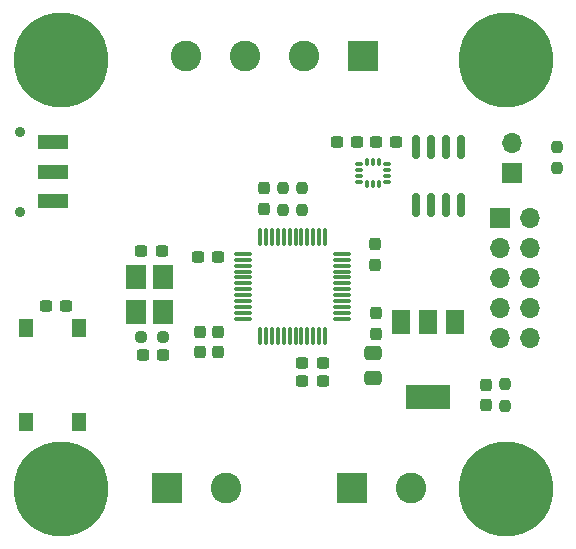
<source format=gbr>
%TF.GenerationSoftware,KiCad,Pcbnew,7.0.7*%
%TF.CreationDate,2024-03-24T23:16:10-05:00*%
%TF.ProjectId,lsm6dsoxCANEnabled,6c736d36-6473-46f7-9843-414e456e6162,rev?*%
%TF.SameCoordinates,Original*%
%TF.FileFunction,Soldermask,Top*%
%TF.FilePolarity,Negative*%
%FSLAX46Y46*%
G04 Gerber Fmt 4.6, Leading zero omitted, Abs format (unit mm)*
G04 Created by KiCad (PCBNEW 7.0.7) date 2024-03-24 23:16:10*
%MOMM*%
%LPD*%
G01*
G04 APERTURE LIST*
G04 Aperture macros list*
%AMRoundRect*
0 Rectangle with rounded corners*
0 $1 Rounding radius*
0 $2 $3 $4 $5 $6 $7 $8 $9 X,Y pos of 4 corners*
0 Add a 4 corners polygon primitive as box body*
4,1,4,$2,$3,$4,$5,$6,$7,$8,$9,$2,$3,0*
0 Add four circle primitives for the rounded corners*
1,1,$1+$1,$2,$3*
1,1,$1+$1,$4,$5*
1,1,$1+$1,$6,$7*
1,1,$1+$1,$8,$9*
0 Add four rect primitives between the rounded corners*
20,1,$1+$1,$2,$3,$4,$5,0*
20,1,$1+$1,$4,$5,$6,$7,0*
20,1,$1+$1,$6,$7,$8,$9,0*
20,1,$1+$1,$8,$9,$2,$3,0*%
G04 Aperture macros list end*
%ADD10RoundRect,0.237500X-0.237500X0.300000X-0.237500X-0.300000X0.237500X-0.300000X0.237500X0.300000X0*%
%ADD11R,1.500000X2.000000*%
%ADD12R,3.800000X2.000000*%
%ADD13RoundRect,0.250000X0.475000X-0.337500X0.475000X0.337500X-0.475000X0.337500X-0.475000X-0.337500X0*%
%ADD14RoundRect,0.237500X-0.237500X0.250000X-0.237500X-0.250000X0.237500X-0.250000X0.237500X0.250000X0*%
%ADD15R,1.800000X2.100000*%
%ADD16RoundRect,0.237500X-0.300000X-0.237500X0.300000X-0.237500X0.300000X0.237500X-0.300000X0.237500X0*%
%ADD17RoundRect,0.237500X0.300000X0.237500X-0.300000X0.237500X-0.300000X-0.237500X0.300000X-0.237500X0*%
%ADD18RoundRect,0.150000X0.150000X-0.825000X0.150000X0.825000X-0.150000X0.825000X-0.150000X-0.825000X0*%
%ADD19RoundRect,0.075000X-0.662500X-0.075000X0.662500X-0.075000X0.662500X0.075000X-0.662500X0.075000X0*%
%ADD20RoundRect,0.075000X-0.075000X-0.662500X0.075000X-0.662500X0.075000X0.662500X-0.075000X0.662500X0*%
%ADD21RoundRect,0.237500X0.237500X-0.250000X0.237500X0.250000X-0.237500X0.250000X-0.237500X-0.250000X0*%
%ADD22R,1.700000X1.700000*%
%ADD23O,1.700000X1.700000*%
%ADD24R,2.600000X2.600000*%
%ADD25C,2.600000*%
%ADD26C,0.900000*%
%ADD27C,8.000000*%
%ADD28RoundRect,0.237500X0.237500X-0.300000X0.237500X0.300000X-0.237500X0.300000X-0.237500X-0.300000X0*%
%ADD29RoundRect,0.237500X0.250000X0.237500X-0.250000X0.237500X-0.250000X-0.237500X0.250000X-0.237500X0*%
%ADD30RoundRect,0.087500X0.225000X0.087500X-0.225000X0.087500X-0.225000X-0.087500X0.225000X-0.087500X0*%
%ADD31RoundRect,0.087500X0.087500X0.225000X-0.087500X0.225000X-0.087500X-0.225000X0.087500X-0.225000X0*%
%ADD32RoundRect,0.237500X0.237500X-0.287500X0.237500X0.287500X-0.237500X0.287500X-0.237500X-0.287500X0*%
%ADD33R,1.300000X1.550000*%
%ADD34R,2.500000X1.250000*%
G04 APERTURE END LIST*
D10*
%TO.C,C4*%
X86700000Y-46837500D03*
X86700000Y-48562500D03*
%TD*%
D11*
%TO.C,U5*%
X93400000Y-47600000D03*
D12*
X91100000Y-53900000D03*
D11*
X91100000Y-47600000D03*
X88800000Y-47600000D03*
%TD*%
D13*
%TO.C,C5*%
X86450000Y-52287500D03*
X86450000Y-50212500D03*
%TD*%
D14*
%TO.C,R1*%
X80400000Y-36237500D03*
X80400000Y-38062500D03*
%TD*%
D15*
%TO.C,Y1*%
X66400000Y-43800000D03*
X66400000Y-46700000D03*
X68700000Y-46700000D03*
X68700000Y-43800000D03*
%TD*%
D16*
%TO.C,C13*%
X83387500Y-32300000D03*
X85112500Y-32300000D03*
%TD*%
D17*
%TO.C,C7*%
X82187500Y-51050000D03*
X80462500Y-51050000D03*
%TD*%
D18*
%TO.C,U2*%
X90095000Y-37675000D03*
X91365000Y-37675000D03*
X92635000Y-37675000D03*
X93905000Y-37675000D03*
X93905000Y-32725000D03*
X92635000Y-32725000D03*
X91365000Y-32725000D03*
X90095000Y-32725000D03*
%TD*%
D19*
%TO.C,U3*%
X75475000Y-41800000D03*
X75475000Y-42300000D03*
X75475000Y-42800000D03*
X75475000Y-43300000D03*
X75475000Y-43800000D03*
X75475000Y-44300000D03*
X75475000Y-44800000D03*
X75475000Y-45300000D03*
X75475000Y-45800000D03*
X75475000Y-46300000D03*
X75475000Y-46800000D03*
X75475000Y-47300000D03*
D20*
X76887500Y-48712500D03*
X77387500Y-48712500D03*
X77887500Y-48712500D03*
X78387500Y-48712500D03*
X78887500Y-48712500D03*
X79387500Y-48712500D03*
X79887500Y-48712500D03*
X80387500Y-48712500D03*
X80887500Y-48712500D03*
X81387500Y-48712500D03*
X81887500Y-48712500D03*
X82387500Y-48712500D03*
D19*
X83800000Y-47300000D03*
X83800000Y-46800000D03*
X83800000Y-46300000D03*
X83800000Y-45800000D03*
X83800000Y-45300000D03*
X83800000Y-44800000D03*
X83800000Y-44300000D03*
X83800000Y-43800000D03*
X83800000Y-43300000D03*
X83800000Y-42800000D03*
X83800000Y-42300000D03*
X83800000Y-41800000D03*
D20*
X82387500Y-40387500D03*
X81887500Y-40387500D03*
X81387500Y-40387500D03*
X80887500Y-40387500D03*
X80387500Y-40387500D03*
X79887500Y-40387500D03*
X79387500Y-40387500D03*
X78887500Y-40387500D03*
X78387500Y-40387500D03*
X77887500Y-40387500D03*
X77387500Y-40387500D03*
X76887500Y-40387500D03*
%TD*%
D16*
%TO.C,C2*%
X66837500Y-41550000D03*
X68562500Y-41550000D03*
%TD*%
D21*
%TO.C,R4*%
X102050000Y-34562500D03*
X102050000Y-32737500D03*
%TD*%
D22*
%TO.C,J4*%
X97210000Y-38730000D03*
D23*
X99750000Y-38730000D03*
X97210000Y-41270000D03*
X99750000Y-41270000D03*
X97210000Y-43810000D03*
X99750000Y-43810000D03*
X97210000Y-46350000D03*
X99750000Y-46350000D03*
X97210000Y-48890000D03*
X99750000Y-48890000D03*
%TD*%
D24*
%TO.C,J3*%
X84700000Y-61600000D03*
D25*
X89700000Y-61600000D03*
%TD*%
D24*
%TO.C,J2*%
X69000000Y-61600000D03*
D25*
X74000000Y-61600000D03*
%TD*%
D26*
%TO.C,H2*%
X57028680Y-61671320D03*
X57907360Y-59550000D03*
X57907360Y-63792640D03*
X60028680Y-58671320D03*
D27*
X60028680Y-61671320D03*
D26*
X60028680Y-64671320D03*
X62150000Y-59550000D03*
X62150000Y-63792640D03*
X63028680Y-61671320D03*
%TD*%
D28*
%TO.C,C8*%
X77250000Y-37962500D03*
X77250000Y-36237500D03*
%TD*%
D26*
%TO.C,H1*%
X57028680Y-25421320D03*
X57907360Y-23300000D03*
X57907360Y-27542640D03*
X60028680Y-22421320D03*
D27*
X60028680Y-25421320D03*
D26*
X60028680Y-28421320D03*
X62150000Y-23300000D03*
X62150000Y-27542640D03*
X63028680Y-25421320D03*
%TD*%
D14*
%TO.C,R2*%
X78850000Y-36237500D03*
X78850000Y-38062500D03*
%TD*%
D24*
%TO.C,J5*%
X85600000Y-25045000D03*
D25*
X80600000Y-25045000D03*
X75600000Y-25045000D03*
X70600000Y-25045000D03*
%TD*%
D17*
%TO.C,C1*%
X60462500Y-46200000D03*
X58737500Y-46200000D03*
%TD*%
D29*
%TO.C,R3*%
X68662500Y-48850000D03*
X66837500Y-48850000D03*
%TD*%
D30*
%TO.C,U1*%
X87612500Y-35700000D03*
X87612500Y-35200000D03*
X87612500Y-34700000D03*
X87612500Y-34200000D03*
D31*
X86950000Y-34037500D03*
X86450000Y-34037500D03*
X85950000Y-34037500D03*
D30*
X85287500Y-34200000D03*
X85287500Y-34700000D03*
X85287500Y-35200000D03*
X85287500Y-35700000D03*
D31*
X85950000Y-35862500D03*
X86450000Y-35862500D03*
X86950000Y-35862500D03*
%TD*%
D17*
%TO.C,C6*%
X73312500Y-42100000D03*
X71587500Y-42100000D03*
%TD*%
D28*
%TO.C,C11*%
X73350000Y-50112500D03*
X73350000Y-48387500D03*
%TD*%
D10*
%TO.C,C9*%
X86600000Y-40987500D03*
X86600000Y-42712500D03*
%TD*%
D32*
%TO.C,D1*%
X96000000Y-54625000D03*
X96000000Y-52875000D03*
%TD*%
D26*
%TO.C,H4*%
X94698680Y-61681320D03*
X95577360Y-59560000D03*
X95577360Y-63802640D03*
X97698680Y-58681320D03*
D27*
X97698680Y-61681320D03*
D26*
X97698680Y-64681320D03*
X99820000Y-59560000D03*
X99820000Y-63802640D03*
X100698680Y-61681320D03*
%TD*%
D21*
%TO.C,R5*%
X97650000Y-54662500D03*
X97650000Y-52837500D03*
%TD*%
D28*
%TO.C,C12*%
X71800000Y-50112500D03*
X71800000Y-48387500D03*
%TD*%
D26*
%TO.C,H3*%
X94718680Y-25421320D03*
X95597360Y-23300000D03*
X95597360Y-27542640D03*
X97718680Y-22421320D03*
D27*
X97718680Y-25421320D03*
D26*
X97718680Y-28421320D03*
X99840000Y-23300000D03*
X99840000Y-27542640D03*
X100718680Y-25421320D03*
%TD*%
D17*
%TO.C,C10*%
X82200000Y-52600000D03*
X80475000Y-52600000D03*
%TD*%
%TO.C,C3*%
X68662500Y-50350000D03*
X66937500Y-50350000D03*
%TD*%
D33*
%TO.C,SW1*%
X57050000Y-56030000D03*
X57050000Y-48070000D03*
X61550000Y-56030000D03*
X61550000Y-48070000D03*
%TD*%
D17*
%TO.C,C14*%
X88412500Y-32300000D03*
X86687500Y-32300000D03*
%TD*%
D26*
%TO.C,SW2*%
X56600000Y-31450000D03*
X56600000Y-38250000D03*
D34*
X59350000Y-32350000D03*
X59350000Y-34850000D03*
X59350000Y-37350000D03*
%TD*%
D22*
%TO.C,J1*%
X98200000Y-34925000D03*
D23*
X98200000Y-32385000D03*
%TD*%
M02*

</source>
